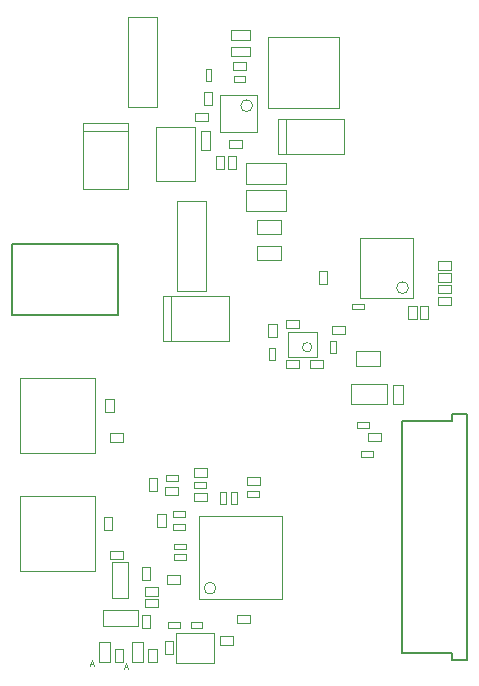
<source format=gbr>
%TF.GenerationSoftware,Altium Limited,Altium Designer,20.1.12 (249)*%
G04 Layer_Color=16711935*
%FSLAX45Y45*%
%MOMM*%
%TF.SameCoordinates,4EE8302A-A9A8-49E0-93C5-14594FCB678D*%
%TF.FilePolarity,Positive*%
%TF.FileFunction,Other,M13_-_Top_Assy*%
%TF.Part,Single*%
G01*
G75*
%TA.AperFunction,NonConductor*%
%ADD137C,0.10000*%
%ADD141C,0.12700*%
D137*
X3357500Y3260000D02*
G03*
X3357500Y3260000I-50000J0D01*
G01*
X2540000Y2755000D02*
G03*
X2540000Y2755000I-40000J0D01*
G01*
X1727500Y715000D02*
G03*
X1727500Y715000I-50000J0D01*
G01*
X2037500Y4800000D02*
G03*
X2037500Y4800000I-50000J0D01*
G01*
X1982500Y4084999D02*
X2322500D01*
X1982500Y3905000D02*
X2322500D01*
X1982500D02*
Y4084999D01*
X2322500Y3905000D02*
Y4084999D01*
X2277500Y3712500D02*
Y3832500D01*
X2077500Y3712500D02*
X2277500D01*
X2077500D02*
Y3832500D01*
X2277500D01*
X1600000Y4425000D02*
Y4585000D01*
Y4425000D02*
X1680000D01*
Y4585000D01*
X1600000D02*
X1680000D01*
X1552500Y4160000D02*
Y4620000D01*
X1217500Y4160000D02*
Y4620000D01*
X1552500D01*
X1217500Y4160000D02*
X1552500D01*
X2925000Y2072501D02*
X3025000D01*
X3025000D02*
Y2122500D01*
X2925000D02*
X3025000D01*
X2925000Y2072501D02*
Y2122500D01*
X3227500Y2277500D02*
Y2437501D01*
Y2277500D02*
X3307500D01*
Y2437501D01*
X3227500D02*
X3307500D01*
X1017500Y260000D02*
X1107500D01*
X1017500Y90000D02*
Y260000D01*
Y90000D02*
X1107500D01*
Y260000D01*
X2252500Y4390000D02*
X2812500D01*
X2252500D02*
Y4690000D01*
X2812500D01*
Y4390000D02*
Y4690000D01*
X2322500Y4390000D02*
Y4690000D01*
X1280000Y2807500D02*
X1840000D01*
X1280000D02*
Y3187500D01*
X1840000D01*
Y2807500D02*
Y3187500D01*
X1350000Y2807500D02*
Y3187500D01*
X792500Y2207500D02*
Y2317500D01*
X862500Y2207500D02*
Y2317500D01*
X792500Y2207500D02*
X862500D01*
X792500Y2317500D02*
X862500D01*
X2767500Y4782500D02*
Y5382500D01*
X2167500Y4782500D02*
X2767500D01*
X2167500D02*
Y5382500D01*
X2767500D01*
X3117500Y2600001D02*
Y2725001D01*
X2917500Y2600001D02*
X3117500D01*
X2917500D02*
Y2725001D01*
X3117500D01*
X767500Y532500D02*
X1067500D01*
X767500Y392500D02*
X1067500D01*
Y532500D01*
X767500Y392500D02*
Y532500D01*
X1897500Y4265000D02*
Y4375000D01*
X1827500Y4265000D02*
Y4375000D01*
X1897500D01*
X1827500Y4265000D02*
X1897500D01*
X3012500Y1957501D02*
X3122500D01*
X3012500Y2027501D02*
X3122500D01*
Y1957501D02*
Y2027501D01*
X3012500Y1957501D02*
Y2027501D01*
X2947500Y3680000D02*
X3397500D01*
X2947500Y3170000D02*
X3397500D01*
X2947500D02*
Y3680000D01*
X3397500Y3170000D02*
Y3680000D01*
X2340000Y2885000D02*
X2580000D01*
X2340000Y2675000D02*
X2580000D01*
X2340000D02*
Y2885000D01*
X2580000Y2675000D02*
Y2885000D01*
X2287500Y620000D02*
Y1325000D01*
X1582500Y620000D02*
Y1325000D01*
X2287500D01*
X1582500Y620000D02*
X2287500D01*
X1762500Y4575000D02*
Y4890000D01*
X2077500Y4575000D02*
Y4890000D01*
X1762500Y4575000D02*
X2077500D01*
X1762500Y4890000D02*
X2077500D01*
X3175000Y2272500D02*
Y2447501D01*
X2870000Y2272500D02*
Y2447501D01*
X3175000D01*
X2870000Y2272500D02*
X3175000D01*
X72500Y1862500D02*
Y2497500D01*
Y1862500D02*
X707500D01*
Y2497500D01*
X72500D02*
X707500D01*
X1395000Y3235000D02*
X1645000D01*
Y3995000D01*
X1395000D02*
X1645000D01*
X1395000Y3235000D02*
Y3995000D01*
X1392500Y337500D02*
X1712500D01*
X1392500Y77500D02*
X1712500D01*
Y337500D01*
X1392500Y77500D02*
Y337500D01*
X72500Y862500D02*
Y1497500D01*
Y862500D02*
X707500D01*
Y1497500D01*
X72500D02*
X707500D01*
X982500Y5550000D02*
X1232500D01*
X982500Y4790000D02*
Y5550000D01*
Y4790000D02*
X1232500D01*
Y5550000D01*
X1407500Y1505000D02*
Y1575000D01*
X1297500Y1505000D02*
Y1575000D01*
Y1505000D02*
X1407500D01*
X1297500Y1575000D02*
X1407500D01*
X1302500Y1620000D02*
Y1670000D01*
X1402500D01*
Y1620000D02*
Y1670000D01*
X1302500Y1620000D02*
X1402500D01*
X1155000Y90000D02*
X1225000D01*
X1155000Y200000D02*
X1225000D01*
X1155000Y90000D02*
Y200000D01*
X1225000Y90000D02*
Y200000D01*
X847500Y932500D02*
X987500D01*
X847500Y632500D02*
X987500D01*
X847500D02*
Y932500D01*
X987500Y632500D02*
Y932500D01*
X1855000Y1530000D02*
X1905000D01*
Y1430000D02*
Y1530000D01*
X1855000Y1430000D02*
X1905000D01*
X1855000Y1430000D02*
Y1530000D01*
X1462500Y1210000D02*
Y1260000D01*
X1362500Y1210000D02*
X1462500D01*
X1362500D02*
Y1260000D01*
X1362500D02*
X1462500D01*
X777500Y1207500D02*
Y1317500D01*
X847500Y1207500D02*
Y1317500D01*
X777500Y1207500D02*
X847500D01*
X777500Y1317500D02*
X847500D01*
X1512500Y380000D02*
Y430000D01*
X1612500D01*
Y380000D02*
Y430000D01*
X1512500Y380000D02*
X1612500D01*
X1100000Y377500D02*
X1170000D01*
X1100000Y487500D02*
X1170000D01*
X1100000Y377500D02*
Y487500D01*
X1170000Y377500D02*
Y487500D01*
X1162500Y1650000D02*
X1232500D01*
X1162500Y1540000D02*
X1232500D01*
Y1650000D01*
X1162500Y1540000D02*
Y1650000D01*
X2172500Y2950000D02*
X2242500D01*
X2172500Y2840000D02*
X2242500D01*
Y2950000D01*
X2172500Y2840000D02*
Y2950000D01*
X2177500Y2745000D02*
X2227500D01*
Y2645000D02*
Y2745000D01*
X2177500Y2645000D02*
X2227500D01*
X2177500Y2645000D02*
Y2745000D01*
X1640000Y5010000D02*
X1690000D01*
X1640000D02*
Y5109999D01*
X1690000D01*
Y5010000D02*
Y5110000D01*
X2712500Y2865000D02*
Y2935000D01*
X2822500Y2865000D02*
Y2935000D01*
X2712500D02*
X2822500D01*
X2712500Y2865000D02*
X2822500D01*
X3605000Y3210000D02*
Y3280000D01*
X3715000Y3210000D02*
Y3280000D01*
X3605000D02*
X3715000D01*
X3605000Y3210000D02*
X3715000D01*
X2600000Y3397500D02*
X2670000D01*
X2600000Y3287500D02*
X2670000D01*
Y3397500D01*
X2600000Y3287500D02*
Y3397500D01*
X1625000Y4805000D02*
X1695000D01*
X1625000Y4915000D02*
X1695000D01*
X1625000Y4805000D02*
Y4915000D01*
X1695000Y4805000D02*
Y4915000D01*
X1980000Y5099999D02*
Y5170000D01*
X1870000Y5099999D02*
Y5170000D01*
Y5099999D02*
X1980000D01*
X1870000Y5170000D02*
X1980000D01*
X605000Y4582500D02*
X985000D01*
X605000Y4092500D02*
X985000D01*
Y4652500D01*
X605000D02*
X985000D01*
X605000Y4092500D02*
Y4652500D01*
X1295000Y265000D02*
X1365001D01*
X1295000Y155000D02*
X1365001D01*
Y265000D01*
X1295000Y155000D02*
Y265000D01*
X1422500Y380000D02*
Y430000D01*
X1322500Y380000D02*
X1422500D01*
X1322500D02*
Y430000D01*
X1322500D02*
X1422500D01*
X1375000Y1042500D02*
Y1092500D01*
X1475000D01*
Y1042500D02*
Y1092500D01*
X1375000Y1042500D02*
X1475000D01*
X2102500Y1585000D02*
Y1655000D01*
X1992500Y1585000D02*
Y1655000D01*
Y1585000D02*
X2102500D01*
X1992500Y1655000D02*
X2102500D01*
X827500Y90000D02*
Y260000D01*
X737500Y90000D02*
X827500D01*
X737500D02*
Y260000D01*
X827500D01*
X1100000Y897500D02*
X1170000D01*
X1100000Y787500D02*
X1170000D01*
Y897500D01*
X1100000Y787500D02*
Y897500D01*
X1990000Y1490000D02*
Y1540000D01*
X2090000D01*
Y1490000D02*
Y1540000D01*
X1990000Y1490000D02*
X2090000D01*
X2015000Y417500D02*
Y487500D01*
X1905000Y417500D02*
Y487500D01*
Y417500D02*
X2015000D01*
X1905000Y487500D02*
X2015000D01*
X1660000Y4670000D02*
Y4740000D01*
X1550000Y4670000D02*
Y4740000D01*
Y4670000D02*
X1660000D01*
X1550000Y4740000D02*
X1660000D01*
X2317500Y2575000D02*
Y2645000D01*
X2427500Y2575000D02*
Y2645000D01*
X2317500D02*
X2427500D01*
X2317500Y2575000D02*
X2427500D01*
X2077500Y3490000D02*
X2277500D01*
Y3610000D01*
X2077500D02*
X2277500D01*
X2077500Y3490000D02*
Y3610000D01*
X3715000Y3310000D02*
Y3380000D01*
X3605000Y3310000D02*
Y3380000D01*
Y3310000D02*
X3715000D01*
X3605000Y3380000D02*
X3715000D01*
X1977500Y5002500D02*
Y5052499D01*
X1877500Y5002500D02*
X1977500D01*
X1877500D02*
Y5052499D01*
X1877500D02*
X1977500D01*
X875000Y90000D02*
X945000D01*
X875000Y200000D02*
X945000D01*
X875000Y90000D02*
Y200000D01*
X945000Y90000D02*
Y200000D01*
X1652500Y1450000D02*
Y1520000D01*
X1542500Y1450000D02*
Y1520000D01*
Y1450000D02*
X1652500D01*
X1542500Y1520000D02*
X1652500D01*
X827500Y960000D02*
Y1030000D01*
X937500Y960000D02*
Y1030000D01*
X827500D02*
X937500D01*
X827500Y960000D02*
X937500D01*
X1542500Y1565000D02*
Y1615000D01*
X1642500D01*
Y1565000D02*
Y1615000D01*
X1542500Y1565000D02*
X1642500D01*
X1765000Y1430000D02*
X1815000D01*
X1765000D02*
Y1530000D01*
X1815000D01*
Y1430000D02*
Y1530000D01*
X1240000Y652500D02*
Y722500D01*
X1130000Y652500D02*
Y722500D01*
Y652500D02*
X1240000D01*
X1130000Y722500D02*
X1240000D01*
X1542500Y1660000D02*
Y1730000D01*
X1652500Y1660000D02*
Y1730000D01*
X1542500D02*
X1652500D01*
X1542500Y1660000D02*
X1652500D01*
X2427500Y2917500D02*
Y2987500D01*
X2317500Y2917500D02*
Y2987500D01*
Y2917500D02*
X2427500D01*
X2317500Y2987500D02*
X2427500D01*
X2692500Y2805000D02*
X2742500D01*
Y2705000D02*
Y2805000D01*
X2692500Y2705000D02*
X2742500D01*
X2692500Y2705000D02*
Y2805000D01*
X2015000Y5217500D02*
Y5297499D01*
X1855000Y5217500D02*
X2015000D01*
X1855000D02*
Y5297499D01*
X2015000D01*
X3457500Y2990000D02*
X3527500D01*
X3457500Y3100000D02*
X3527500D01*
X3457500Y2990000D02*
Y3100000D01*
X3527500Y2990000D02*
Y3100000D01*
X3357501D02*
X3427501D01*
X3357501Y2990000D02*
X3427501D01*
Y3100000D01*
X3357501Y2990000D02*
Y3100000D01*
X2877500Y3075000D02*
Y3125000D01*
X2977500D01*
Y3075000D02*
Y3125000D01*
X2877500Y3075000D02*
X2977501D01*
X2322500Y4134999D02*
Y4314999D01*
X1982500Y4134999D02*
Y4314999D01*
Y4134999D02*
X2322500D01*
X1982500Y4314999D02*
X2322500D01*
X1727500Y4375000D02*
X1797500D01*
X1727500Y4265000D02*
X1797500D01*
Y4375000D01*
X1727500Y4265000D02*
Y4375000D01*
X1475000Y952500D02*
Y1002500D01*
X1375000Y952500D02*
X1475000D01*
X1375000D02*
Y1002500D01*
X1375000D02*
X1475000D01*
X1232500Y1232500D02*
X1302500D01*
X1232500Y1342500D02*
X1302500D01*
X1232500Y1232500D02*
Y1342500D01*
X1302500Y1232500D02*
Y1342500D01*
X1462500Y1315000D02*
Y1365000D01*
X1362500Y1315000D02*
X1462500D01*
X1362500D02*
Y1365000D01*
X1362500D02*
X1462500D01*
X1310000Y752500D02*
Y822500D01*
X1420000Y752500D02*
Y822500D01*
X1310000D02*
X1420000D01*
X1310000Y752500D02*
X1420000D01*
X3055000Y1825000D02*
Y1875000D01*
X2955000Y1825000D02*
X3055000D01*
X2955000D02*
Y1875000D01*
X2955000D02*
X3055000D01*
X1950000Y4440000D02*
Y4510000D01*
X1840000Y4440000D02*
Y4510000D01*
Y4440000D02*
X1950000D01*
X1840000Y4510000D02*
X1950000D01*
X2637500Y2575000D02*
Y2645000D01*
X2527500Y2575000D02*
Y2645000D01*
Y2575000D02*
X2637500D01*
X2527500Y2645000D02*
X2637500D01*
X3715000Y3110000D02*
Y3180000D01*
X3605000Y3110000D02*
Y3180000D01*
Y3110000D02*
X3715000D01*
X3605000Y3180000D02*
X3715000D01*
X3605000Y3412500D02*
Y3482500D01*
X3715000Y3412500D02*
Y3482500D01*
X3605000D02*
X3715000D01*
X3605000Y3412500D02*
X3715000D01*
X1240000Y552500D02*
Y622500D01*
X1130000Y552500D02*
Y622500D01*
Y552500D02*
X1240000D01*
X1130000Y622500D02*
X1240000D01*
X1762500Y237500D02*
Y307500D01*
X1872500Y237500D02*
Y307500D01*
X1762500D02*
X1872500D01*
X1762500Y237500D02*
X1872500D01*
X2015000Y5357500D02*
Y5437499D01*
X1855000Y5357500D02*
X2015000D01*
X1855000D02*
Y5437499D01*
X2015000D01*
X827500Y1955000D02*
Y2025000D01*
X937500Y1955000D02*
Y2025000D01*
X827500D02*
X937500D01*
X827500Y1955000D02*
X937500D01*
X985587Y30000D02*
X966543Y79989D01*
X947500Y30000D01*
X954641Y46663D02*
X978446D01*
X695587Y60000D02*
X676543Y109989D01*
X657500Y60000D01*
X664641Y76663D02*
X688446D01*
D141*
X3300000Y170000D02*
X3730000D01*
Y110000D02*
Y170000D01*
Y110000D02*
X3850000D01*
Y2190000D01*
X3730000D02*
X3850000D01*
X3730000Y2130000D02*
Y2190000D01*
X3300000Y2130000D02*
X3730000D01*
X3300000Y170000D02*
Y2130000D01*
Y170000D02*
X3730000D01*
Y110000D02*
Y170000D01*
Y110000D02*
X3850000D01*
Y2190000D01*
X3730000D02*
X3850000D01*
X3730000Y2130000D02*
Y2190000D01*
X3300000Y2130000D02*
X3730000D01*
X3300000Y170000D02*
Y2130000D01*
X2500Y3625000D02*
X902500D01*
Y3025000D02*
Y3625000D01*
X2500Y3025000D02*
X902500D01*
X2500D02*
Y3625000D01*
%TF.MD5,98632704967d5df61c6339dd83eaf9f5*%
M02*

</source>
